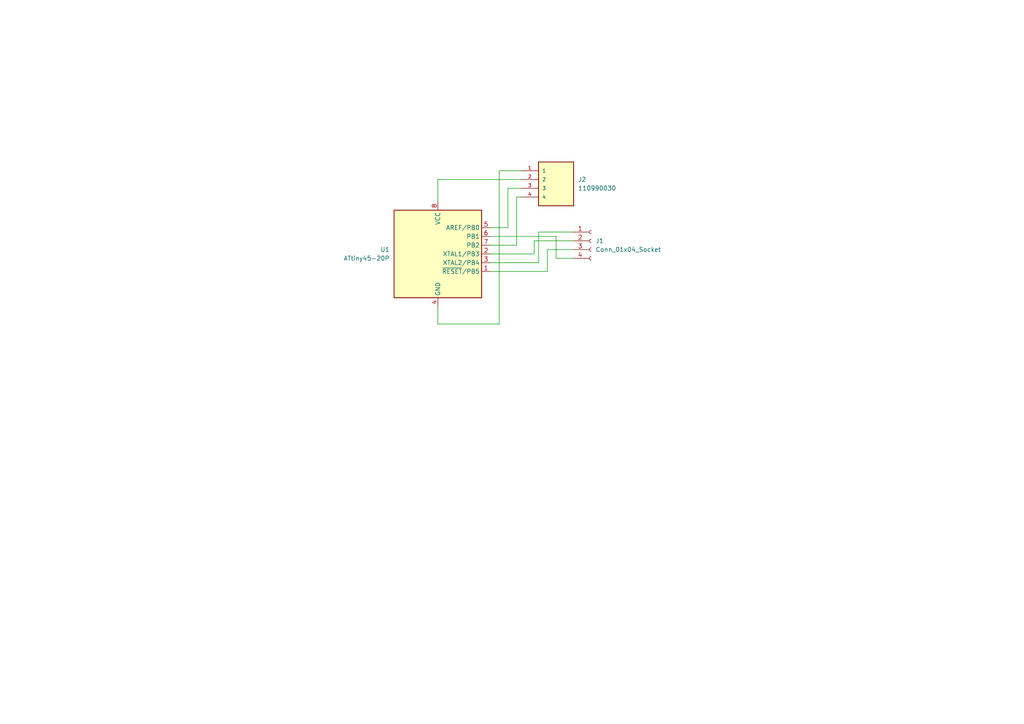
<source format=kicad_sch>
(kicad_sch (version 20250114) (generator "eeschema") (generator_version "9.0")
  (paper "A4")
  (lib_symbols
    (symbol "Connector:Conn_01x04_Socket" (pin_names (offset 1.016) (hide yes))
      (property "Reference" "J" (at 0 5.08 0))
      (property "Value" "Conn_01x04_Socket" (at 0 -7.62 0))
      (symbol "Conn_01x04_Socket_1_1"
        (polyline (pts (xy -1.27 2.54) (xy -0.508 2.54)) (stroke (width 0.1524)))
        (polyline (pts (xy -1.27 0) (xy -0.508 0)) (stroke (width 0.1524)))
        (polyline (pts (xy -1.27 -2.54) (xy -0.508 -2.54)) (stroke (width 0.1524)))
        (polyline (pts (xy -1.27 -5.08) (xy -0.508 -5.08)) (stroke (width 0.1524)))
        (arc (start 0 2.032) (mid -0.5058 2.54) (end 0 3.048) (stroke (width 0.1524)))
        (arc (start 0 -0.508) (mid -0.5058 0) (end 0 0.508) (stroke (width 0.1524)))
        (arc (start 0 -3.048) (mid -0.5058 -2.54) (end 0 -2.032) (stroke (width 0.1524)))
        (arc (start 0 -5.588) (mid -0.5058 -5.08) (end 0 -4.572) (stroke (width 0.1524)))
        (pin passive line (at -5.08 2.54 0) (length 3.81) (name "Pin_1") (number "1"))
        (pin passive line (at -5.08 0 0) (length 3.81) (name "Pin_2") (number "2"))
        (pin passive line (at -5.08 -2.54 0) (length 3.81) (name "Pin_3") (number "3"))
        (pin passive line (at -5.08 -5.08 0) (length 3.81) (name "Pin_4") (number "4"))
      )
    )
    (symbol "MCU_Microchip_ATtiny:ATtiny45-20P"
      (property "Reference" "U" (at -12.7 13.97 0))
      (property "Value" "ATtiny45-20P" (at 2.54 -13.97 0))
      (symbol "ATtiny45-20P_0_1"
        (rectangle (start -12.7 -12.7) (end 12.7 12.7) (stroke (width 0.254)) (fill (type background)))
      )
      (symbol "ATtiny45-20P_1_1"
        (pin power_in line (at 0 15.24 270) (length 2.54) (name "VCC") (number "8"))
        (pin power_in line (at 0 -15.24 90) (length 2.54) (name "GND") (number "4"))
        (pin bidirectional line (at 15.24 7.62 180) (length 2.54) (name "AREF/PB0") (number "5"))
        (pin bidirectional line (at 15.24 5.08 180) (length 2.54) (name "PB1") (number "6"))
        (pin bidirectional line (at 15.24 2.54 180) (length 2.54) (name "PB2") (number "7"))
        (pin bidirectional line (at 15.24 0 180) (length 2.54) (name "XTAL1/PB3") (number "2"))
        (pin bidirectional line (at 15.24 -2.54 180) (length 2.54) (name "XTAL2/PB4") (number "3"))
        (pin bidirectional line (at 15.24 -5.08 180) (length 2.54) (name "~{RESET}/PB5") (number "1"))
      )
    )
    (symbol "grove_i2c_connector:110990030" (pin_names (offset 1.016))
      (property "Reference" "J" (at -5.08 5.842 0))
      (property "Value" "110990030" (at -5.08 -8.382 0))
      (symbol "110990030_0_0"
        (rectangle (start -5.08 -7.62) (end 5.08 5.08) (stroke (width 0.254)) (fill (type background)))
        (pin passive line (at -10.16 2.54 0) (length 5.08) (name "1") (number "1"))
        (pin passive line (at -10.16 0 0) (length 5.08) (name "2") (number "2"))
        (pin passive line (at -10.16 -2.54 0) (length 5.08) (name "3") (number "3"))
        (pin passive line (at -10.16 -5.08 0) (length 5.08) (name "4") (number "4"))
      )
    )
  )
  (wire (pts (xy 149.86 57.15) (xy 151.13 57.15)))
  (wire (pts (xy 144.78 93.98) (xy 144.78 49.53)))
  (wire (pts (xy 144.78 49.53) (xy 151.13 49.53)))
  (wire (pts (xy 154.94 69.85) (xy 166.37 69.85)))
  (wire (pts (xy 156.21 67.31) (xy 166.37 67.31)))
  (wire (pts (xy 142.24 68.58) (xy 161.29 68.58)))
  (wire (pts (xy 158.75 72.39) (xy 166.37 72.39)))
  (wire (pts (xy 142.24 76.2) (xy 156.21 76.2)))
  (wire (pts (xy 142.24 66.04) (xy 147.32 66.04)))
  (wire (pts (xy 127 88.9) (xy 127 93.98)))
  (wire (pts (xy 156.21 67.31) (xy 156.21 76.2)))
  (wire (pts (xy 147.32 54.61) (xy 151.13 54.61)))
  (wire (pts (xy 142.24 73.66) (xy 154.94 73.66)))
  (wire (pts (xy 149.86 71.12) (xy 149.86 57.15)))
  (wire (pts (xy 158.75 72.39) (xy 158.75 78.74)))
  (wire (pts (xy 161.29 74.93) (xy 166.37 74.93)))
  (wire (pts (xy 161.29 68.58) (xy 161.29 74.93)))
  (wire (pts (xy 127 93.98) (xy 144.78 93.98)))
  (wire (pts (xy 147.32 66.04) (xy 147.32 54.61)))
  (wire (pts (xy 142.24 71.12) (xy 149.86 71.12)))
  (wire (pts (xy 127 52.07) (xy 151.13 52.07)))
  (wire (pts (xy 142.24 78.74) (xy 158.75 78.74)))
  (wire (pts (xy 154.94 73.66) (xy 154.94 69.85)))
  (wire (pts (xy 127 58.42) (xy 127 52.07)))
  (symbol (lib_id "MCU_Microchip_ATtiny:ATtiny45-20P") (at 127 73.66 0) (unit 1)
    (property "Reference" "U1" (at 113.03 72.3899 0) (effects (justify right)))
    (property "Value" "ATtiny45-20P" (at 113.03 74.9299 0) (effects (justify right)))
    (property "Footprint" "Package_DIP:DIP-8_W7.62mm" (effects (hide yes)))
    (property "Datasheet" "http://ww1.microchip.com/downloads/en/DeviceDoc/atmel-2586-avr-8-bit-microcontroller-attiny25-attiny45-attiny85_datasheet.pdf" (effects (hide yes)))
    (property "Description" "20MHz, 4kB Flash, 256B SRAM, 256B EEPROM, debugWIRE, DIP-8" (effects (hide yes)))
  )
  (symbol (lib_id "Connector:Conn_01x04_Socket") (at 171.45 69.85 0) (unit 1)
    (property "Reference" "J1" (at 172.72 69.8499 0) (effects (justify left)))
    (property "Value" "Conn_01x04_Socket" (at 172.72 72.3899 0) (effects (justify left)))
    (property "Footprint" "Connector_PinSocket_1.00mm:PinSocket_1x04_P1.00mm_Vertical" (effects (hide yes)))
    (property "Description" "Generic connector, single row, 01x04, script generated" (effects (hide yes)))
  )
  (symbol (lib_id "grove_i2c_connector:110990030") (at 161.29 52.07 0) (unit 1)
    (property "Reference" "J2" (at 167.64 52.0699 0) (effects (justify left)))
    (property "Value" "110990030" (at 167.64 54.6099 0) (effects (justify left)))
    (property "Footprint" "110990030:SEEED_110990030" (effects (hide yes)))
    (property "MF" "Seeed Studio" (effects (hide yes)))
    (property "MAXIMUM_PACKAGE_HEIGHT" "8.1mm" (effects (hide yes)))
    (property "Package" "None" (effects (hide yes)))
    (property "Price" "None" (effects (hide yes)))
    (property "Check_prices" "https://www.snapeda.com/parts/110990030%2010PCS/PACK/Seeed+Studio/view-part/?ref=eda" (effects (hide yes)))
    (property "STANDARD" "Manufacturer Recommendations" (effects (hide yes)))
    (property "PARTREV" "A" (effects (hide yes)))
    (property "SnapEDA_Link" "https://www.snapeda.com/parts/110990030%2010PCS/PACK/Seeed+Studio/view-part/?ref=snap" (effects (hide yes)))
    (property "MP" "110990030 10PCS/PACK" (effects (hide yes)))
    (property "Description_1" "Grove - Universal 4 pin connector [Seeed Studio] 110990030 10PCS/PACK Grove - Universal 4 pin connector" (effects (hide yes)))
    (property "Availability" "Not in stock" (effects (hide yes)))
    (property "MANUFACTURER" "Seeed Technology" (effects (hide yes)))
  )
)
</source>
